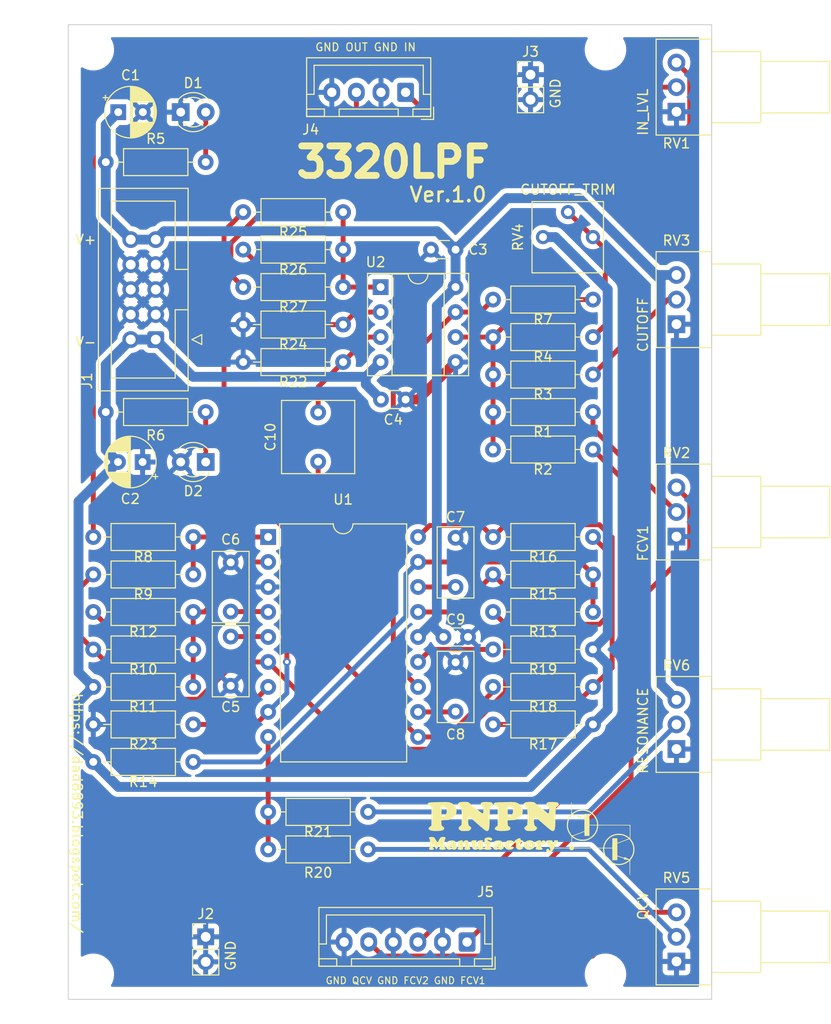
<source format=kicad_pcb>
(kicad_pcb (version 20211014) (generator pcbnew)
  (title_block (title "3320LPF") (date "2022-10-07") (rev "Ver.1.0") (company "PNPN Manufactory"))
  (layers (0 "F.Cu" signal) (31 "B.Cu" signal) (34 "B.Paste" user) (35 "F.Paste" user) (36 "B.SilkS" user "B.Silkscreen") (37 "F.SilkS" user "F.Silkscreen") (38 "B.Mask" user) (39 "F.Mask" user) (44 "Edge.Cuts" user))
  (net 0 "")
  (net 1 "+12V")
  (net 2 "GND")
  (net 3 "-12V")
  (net 4 "Net-(C5-Pad1)")
  (net 5 "Net-(C6-Pad1)")
  (net 6 "Net-(C7-Pad1)")
  (net 7 "Net-(C8-Pad1)")
  (net 8 "Net-(C10-Pad1)")
  (net 9 "Net-(C10-Pad2)")
  (net 10 "IN")
  (net 11 "OUT")
  (net 12 "FREQ_CV1")
  (net 13 "FREQ_CV2")
  (net 14 "RES_CV")
  (net 15 "Net-(R1-Pad1)")
  (net 16 "Net-(R1-Pad2)")
  (net 17 "Net-(R3-Pad1)")
  (net 18 "Net-(R4-Pad1)")
  (net 19 "Net-(R7-Pad2)")
  (net 20 "Net-(R8-Pad1)")
  (net 21 "Net-(R8-Pad2)")
  (net 22 "Net-(R10-Pad1)")
  (net 23 "Net-(R10-Pad2)")
  (net 24 "Net-(R12-Pad2)")
  (net 25 "Net-(R13-Pad2)")
  (net 26 "Net-(R15-Pad2)")
  (net 27 "Net-(R16-Pad2)")
  (net 28 "Net-(R19-Pad1)")
  (net 29 "Net-(R20-Pad1)")
  (net 30 "Net-(R20-Pad2)")
  (net 31 "Net-(R21-Pad1)")
  (net 32 "Net-(R23-Pad1)")
  (net 33 "Net-(R24-Pad1)")
  (net 34 "Net-(R25-Pad2)")
  (net 35 "Net-(R5-Pad2)")
  (net 36 "Net-(D2-Pad1)")
  (footprint "Resistor_THT:R_Axial_DIN0207_L6.3mm_D2.5mm_P10.16mm_Horizontal" (layer "F.Cu") (at 162.56 116.84 180)
    (fp_text reference "R18" (at 5.08 -2.032) (layer "F.SilkS"))
    (fp_text value "100k")
    (pad "1" thru_hole circle (at 0 0 180) (size 1.6 1.6) (drill 0.8) (layers *.Cu *.Mask) (net 27 "Net-(R16-Pad2)"))
    (pad "2" thru_hole oval (at 10.16 0 180) (size 1.6 1.6) (drill 0.8) (layers *.Cu *.Mask) (net 8 "Net-(C10-Pad1)"))
  )
  (footprint "Connector_PinHeader_2.54mm:PinHeader_1x02_P2.54mm_Vertical" (layer "F.Cu") (at 156.21 54.61)
    (fp_text reference "J3" (at 0 -2.33) (layer "F.SilkS"))
    (fp_text value "TP_GND")
    (pad "1" thru_hole rect (at 0 0) (size 1.7 1.7) (drill 1) (layers *.Cu *.Mask) (net 2 "GND"))
    (pad "2" thru_hole oval (at 0 2.54) (size 1.7 1.7) (drill 1) (layers *.Cu *.Mask) (net 2 "GND"))
  )
  (footprint "MountingHole:MountingHole_3.2mm_M3" (layer "F.Cu") (at 111.76 52.07)
    (fp_text reference "REF**")
    (fp_text value "MountingHole_3.2mm_M3")
    (pad "" np_thru_hole circle locked (at 0 0) (size 3.2 3.2) (drill 3.2) (layers *.Cu *.Mask))
  )
  (footprint "Potentiometer_THT:Potentiometer_Alps_RK09Y11_Single_Horizontal" (layer "F.Cu") (at 171.05 123.15 180)
    (fp_text reference "RV6" (at 0 8.5) (layer "F.SilkS"))
    (fp_text value "100k/B")
    (pad "1" thru_hole rect (at 0 0) (size 1.8 1.8) (drill 1) (layers *.Cu *.Mask) (net 2 "GND"))
    (pad "2" thru_hole circle (at 0 2.5) (size 1.8 1.8) (drill 1) (layers *.Cu *.Mask) (net 31 "Net-(R21-Pad1)"))
    (pad "3" thru_hole circle (at 0 5) (size 1.8 1.8) (drill 1) (layers *.Cu *.Mask) (net 1 "+12V"))
  )
  (footprint "Potentiometer_THT:Potentiometer_Alps_RK09Y11_Single_Horizontal" (layer "F.Cu") (at 171.05 101.56 180)
    (fp_text reference "RV2" (at 0 8.5) (layer "F.SilkS"))
    (fp_text value "100k/B")
    (pad "1" thru_hole rect (at 0 0) (size 1.8 1.8) (drill 1) (layers *.Cu *.Mask) (net 2 "GND"))
    (pad "2" thru_hole circle (at 0 2.5) (size 1.8 1.8) (drill 1) (layers *.Cu *.Mask) (net 15 "Net-(R1-Pad1)"))
    (pad "3" thru_hole circle (at 0 5) (size 1.8 1.8) (drill 1) (layers *.Cu *.Mask) (net 12 "FREQ_CV1"))
  )
  (footprint "Resistor_THT:R_Axial_DIN0207_L6.3mm_D2.5mm_P10.16mm_Horizontal" (layer "F.Cu") (at 139.7 133.35 180)
    (fp_text reference "R20" (at 5.08 -2.37) (layer "F.SilkS"))
    (fp_text value "82k")
    (pad "1" thru_hole circle (at 0 0 180) (size 1.6 1.6) (drill 0.8) (layers *.Cu *.Mask) (net 29 "Net-(R20-Pad1)"))
    (pad "2" thru_hole oval (at 10.16 0 180) (size 1.6 1.6) (drill 0.8) (layers *.Cu *.Mask) (net 30 "Net-(R20-Pad2)"))
  )
  (footprint "Capacitor_THT:C_Rect_L7.0mm_W3.5mm_P5.00mm" (layer "F.Cu") (at 148.59 119.34 90)
    (fp_text reference "C8" (at -2.326 0 180) (layer "F.SilkS"))
    (fp_text value "330p")
    (pad "1" thru_hole circle (at 0 0 90) (size 1.6 1.6) (drill 0.8) (layers *.Cu *.Mask) (net 7 "Net-(C8-Pad1)"))
    (pad "2" thru_hole circle (at 5 0 90) (size 1.6 1.6) (drill 0.8) (layers *.Cu *.Mask) (net 2 "GND"))
  )
  (footprint "LED_THT:LED_D3.0mm" (layer "F.Cu") (at 123.19 93.98 180)
    (fp_text reference "D2" (at 1.27 -2.96) (layer "F.SilkS"))
    (fp_text value "LED")
    (pad "1" thru_hole rect (at 0 0 180) (size 1.8 1.8) (drill 0.9) (layers *.Cu *.Mask) (net 36 "Net-(D2-Pad1)"))
    (pad "2" thru_hole circle (at 2.54 0 180) (size 1.8 1.8) (drill 0.9) (layers *.Cu *.Mask) (net 2 "GND"))
  )
  (footprint "Capacitor_THT:C_Rect_L7.0mm_W3.5mm_P5.00mm" (layer "F.Cu") (at 148.59 106.68 90)
    (fp_text reference "C7" (at 7.112 0 180) (layer "F.SilkS"))
    (fp_text value "330p")
    (pad "1" thru_hole circle (at 0 0 90) (size 1.6 1.6) (drill 0.8) (layers *.Cu *.Mask) (net 6 "Net-(C7-Pad1)"))
    (pad "2" thru_hole circle (at 5 0 90) (size 1.6 1.6) (drill 0.8) (layers *.Cu *.Mask) (net 2 "GND"))
  )
  (footprint "Capacitor_THT:C_Disc_D3.0mm_W1.6mm_P2.50mm" (layer "F.Cu") (at 149.86 111.76 180)
    (fp_text reference "C9" (at 1.25 1.778) (layer "F.SilkS"))
    (fp_text value "0.1u")
    (pad "1" thru_hole circle (at 0 0 180) (size 1.6 1.6) (drill 0.8) (layers *.Cu *.Mask) (net 2 "GND"))
    (pad "2" thru_hole circle (at 2.5 0 180) (size 1.6 1.6) (drill 0.8) (layers *.Cu *.Mask) (net 1 "+12V"))
  )
  (footprint "Resistor_THT:R_Axial_DIN0207_L6.3mm_D2.5mm_P10.16mm_Horizontal" (layer "F.Cu") (at 121.92 120.65 180)
    (fp_text reference "R23" (at 5.08 -2.032) (layer "F.SilkS"))
    (fp_text value "3k")
    (pad "1" thru_hole circle (at 0 0 180) (size 1.6 1.6) (drill 0.8) (layers *.Cu *.Mask) (net 32 "Net-(R23-Pad1)"))
    (pad "2" thru_hole oval (at 10.16 0 180) (size 1.6 1.6) (drill 0.8) (layers *.Cu *.Mask) (net 2 "GND"))
  )
  (footprint "Resistor_THT:R_Axial_DIN0207_L6.3mm_D2.5mm_P10.16mm_Horizontal" (layer "F.Cu") (at 162.56 85.09 180)
    (fp_text reference "R3" (at 5.08 -2.032) (layer "F.SilkS"))
    (fp_text value "150k")
    (pad "1" thru_hole circle (at 0 0 180) (size 1.6 1.6) (drill 0.8) (layers *.Cu *.Mask) (net 17 "Net-(R3-Pad1)"))
    (pad "2" thru_hole oval (at 10.16 0 180) (size 1.6 1.6) (drill 0.8) (layers *.Cu *.Mask) (net 16 "Net-(R1-Pad2)"))
  )
  (footprint "myfootprint:Silk_PNPN_Manufactory_600dpi" (layer "F.Cu") (at 152.4 130.81)
    (fp_text reference "G***" hide)
    (fp_text value "LOGO" hide)
  )
  (footprint "Resistor_THT:R_Axial_DIN0207_L6.3mm_D2.5mm_P10.16mm_Horizontal" (layer "F.Cu") (at 162.56 77.47 180)
    (fp_text reference "R7" (at 5.08 -2.032) (layer "F.SilkS"))
    (fp_text value "2k")
    (pad "1" thru_hole circle (at 0 0 180) (size 1.6 1.6) (drill 0.8) (layers *.Cu *.Mask) (net 16 "Net-(R1-Pad2)"))
    (pad "2" thru_hole oval (at 10.16 0 180) (size 1.6 1.6) (drill 0.8) (layers *.Cu *.Mask) (net 19 "Net-(R7-Pad2)"))
  )
  (footprint "Potentiometer_THT:Potentiometer_Alps_RK09Y11_Single_Horizontal" (layer "F.Cu") (at 171.05 58.38 180)
    (fp_text reference "RV1" (at 0 -3.215) (layer "F.SilkS"))
    (fp_text value "100k/B")
    (pad "1" thru_hole rect (at 0 0) (size 1.8 1.8) (drill 1) (layers *.Cu *.Mask) (net 2 "GND"))
    (pad "2" thru_hole circle (at 0 2.5) (size 1.8 1.8) (drill 1) (layers *.Cu *.Mask) (net 20 "Net-(R8-Pad1)"))
    (pad "3" thru_hole circle (at 0 5) (size 1.8 1.8) (drill 1) (layers *.Cu *.Mask) (net 10 "IN"))
  )
  (footprint "Capacitor_THT:CP_Radial_D5.0mm_P2.50mm" (layer "F.Cu") (at 116.775113 93.98 180)
    (fp_text reference "C2" (at 1.25 -3.75) (layer "F.SilkS"))
    (fp_text value "47u")
    (pad "1" thru_hole rect (at 0 0 180) (size 1.6 1.6) (drill 0.8) (layers *.Cu *.Mask) (net 2 "GND"))
    (pad "2" thru_hole circle (at 2.5 0 180) (size 1.6 1.6) (drill 0.8) (layers *.Cu *.Mask) (net 3 "-12V"))
  )
  (footprint "Resistor_THT:R_Axial_DIN0207_L6.3mm_D2.5mm_P10.16mm_Horizontal" (layer "F.Cu") (at 162.56 120.65 180)
    (fp_text reference "R17" (at 5.08 -2.032) (layer "F.SilkS"))
    (fp_text value "220k")
    (pad "1" thru_hole circle (at 0 0 180) (size 1.6 1.6) (drill 0.8) (layers *.Cu *.Mask) (net 3 "-12V"))
    (pad "2" thru_hole oval (at 10.16 0 180) (size 1.6 1.6) (drill 0.8) (layers *.Cu *.Mask) (net 27 "Net-(R16-Pad2)"))
  )
  (footprint "Capacitor_THT:C_Rect_L7.0mm_W3.5mm_P5.00mm" (layer "F.Cu") (at 125.73 109.18 90)
    (fp_text reference "C6" (at 7.326 0 180) (layer "F.SilkS"))
    (fp_text value "330p")
    (pad "1" thru_hole circle (at 0 0 90) (size 1.6 1.6) (drill 0.8) (layers *.Cu *.Mask) (net 5 "Net-(C6-Pad1)"))
    (pad "2" thru_hole circle (at 5 0 90) (size 1.6 1.6) (drill 0.8) (layers *.Cu *.Mask) (net 2 "GND"))
  )
  (footprint "Resistor_THT:R_Axial_DIN0207_L6.3mm_D2.5mm_P10.16mm_Horizontal" (layer "F.Cu") (at 139.7 129.54 180)
    (fp_text reference "R21" (at 5.08 -2.032) (layer "F.SilkS"))
    (fp_text value "220k")
    (pad "1" thru_hole circle (at 0 0 180) (size 1.6 1.6) (drill 0.8) (layers *.Cu *.Mask) (net 31 "Net-(R21-Pad1)"))
    (pad "2" thru_hole oval (at 10.16 0 180) (size 1.6 1.6) (drill 0.8) (layers *.Cu *.Mask) (net 30 "Net-(R20-Pad2)"))
  )
  (footprint "Resistor_THT:R_Axial_DIN0207_L6.3mm_D2.5mm_P10.16mm_Horizontal" (layer "F.Cu") (at 127 72.39)
    (fp_text reference "R26" (at 5.08 2.032) (layer "F.SilkS"))
    (fp_text value "220k")
    (pad "1" thru_hole circle (at 0 0) (size 1.6 1.6) (drill 0.8) (layers *.Cu *.Mask) (net 33 "Net-(R24-Pad1)"))
    (pad "2" thru_hole oval (at 10.16 0) (size 1.6 1.6) (drill 0.8) (layers *.Cu *.Mask) (net 34 "Net-(R25-Pad2)"))
  )
  (footprint "Capacitor_THT:C_Disc_D3.0mm_W1.6mm_P2.50mm" (layer "F.Cu") (at 148.59 72.39 180)
    (fp_text reference "C3" (at -2.286 0) (layer "F.SilkS"))
    (fp_text value "0.1u")
    (pad "1" thru_hole circle (at 0 0 180) (size 1.6 1.6) (drill 0.8) (layers *.Cu *.Mask) (net 1 "+12V"))
    (pad "2" thru_hole circle (at 2.5 0 180) (size 1.6 1.6) (drill 0.8) (layers *.Cu *.Mask) (net 2 "GND"))
  )
  (footprint "LED_THT:LED_D3.0mm" (layer "F.Cu") (at 120.65 58.42)
    (fp_text reference "D1" (at 1.27 -2.96) (layer "F.SilkS"))
    (fp_text value "LED")
    (pad "1" thru_hole rect (at 0 0) (size 1.8 1.8) (drill 0.9) (layers *.Cu *.Mask) (net 2 "GND"))
    (pad "2" thru_hole circle (at 2.54 0) (size 1.8 1.8) (drill 0.9) (layers *.Cu *.Mask) (net 35 "Net-(R5-Pad2)"))
  )
  (footprint "Resistor_THT:R_Axial_DIN0207_L6.3mm_D2.5mm_P10.16mm_Horizontal" (layer "F.Cu") (at 162.56 81.28 180)
    (fp_text reference "R4" (at 5.08 -2.032) (layer "F.SilkS"))
    (fp_text value "100k")
    (pad "1" thru_hole circle (at 0 0 180) (size 1.6 1.6) (drill 0.8) (layers *.Cu *.Mask) (net 18 "Net-(R4-Pad1)"))
    (pad "2" thru_hole oval (at 10.16 0 180) (size 1.6 1.6) (drill 0.8) (layers *.Cu *.Mask) (net 16 "Net-(R1-Pad2)"))
  )
  (footprint "Resistor_THT:R_Axial_DIN0207_L6.3mm_D2.5mm_P10.16mm_Horizontal" (layer "F.Cu") (at 162.56 88.9 180)
    (fp_text reference "R1" (at 5.08 -2.032) (layer "F.SilkS"))
    (fp_text value "51k")
    (pad "1" thru_hole circle (at 0 0 180) (size 1.6 1.6) (drill 0.8) (layers *.Cu *.Mask) (net 15 "Net-(R1-Pad1)"))
    (pad "2" thru_hole oval (at 10.16 0 180) (size 1.6 1.6) (drill 0.8) (layers *.Cu *.Mask) (net 16 "Net-(R1-Pad2)"))
  )
  (footprint "Package_DIP:DIP-8_W7.62mm_Socket" (layer "F.Cu") (at 140.97 76.2)
    (fp_text reference "U2" (at -0.508 -2.54) (layer "F.SilkS"))
    (fp_text value "TL072")
    (pad "1" thru_hole rect (at 0 0) (size 1.6 1.6) (drill 0.8) (layers *.Cu *.Mask) (net 34 "Net-(R25-Pad2)"))
    (pad "2" thru_hole oval (at 0 2.54) (size 1.6 1.6) (drill 0.8) (layers *.Cu *.Mask) (net 33 "Net-(R24-Pad1)"))
    (pad "3" thru_hole oval (at 0 5.08) (size 1.6 1.6) (drill 0.8) (layers *.Cu *.Mask) (net 9 "Net-(C10-Pad2)"))
    (pad "4" thru_hole oval (at 0 7.62) (size 1.6 1.6) (drill 0.8) (layers *.Cu *.Mask) (net 3 "-12V"))
    (pad "5" thru_hole oval (at 7.62 7.62) (size 1.6 1.6) (drill 0.8) (layers *.Cu *.Mask) (net 2 "GND"))
    (pad "6" thru_hole oval (at 7.62 5.08) (size 1.6 1.6) (drill 0.8) (layers *.Cu *.Mask) (net 16 "Net-(R1-Pad2)"))
    (pad "7" thru_hole oval (at 7.62 2.54) (size 1.6 1.6) (drill 0.8) (layers *.Cu *.Mask) (net 19 "Net-(R7-Pad2)"))
    (pad "8" thru_hole oval (at 7.62 0) (size 1.6 1.6) (drill 0.8) (layers *.Cu *.Mask) (net 1 "+12V"))
  )
  (footprint "MountingHole:MountingHole_3.2mm_M3" (layer "F.Cu") (at 111.76 146.05)
    (fp_text reference "REF**")
    (fp_text value "MountingHole_3.2mm_M3")
    (pad "" np_thru_hole circle locked (at 0 0) (size 3.2 3.2) (drill 3.2) (layers *.Cu *.Mask))
  )
  (footprint "Resistor_THT:R_Axial_DIN0207_L6.3mm_D2.5mm_P10.16mm_Horizontal" (layer "F.Cu") (at 162.56 92.71 180)
    (fp_text reference "R2" (at 5.08 -2.032) (layer "F.SilkS"))
    (fp_text value "51k")
    (pad "1" thru_hole circle (at 0 0 180) (size 1.6 1.6) (drill 0.8) (layers *.Cu *.Mask) (net 13 "FREQ_CV2"))
    (pad "2" thru_hole oval (at 10.16 0 180) (size 1.6 1.6) (drill 0.8) (layers *.Cu *.Mask) (net 16 "Net-(R1-Pad2)"))
  )
  (footprint "Potentiometer_THT:Potentiometer_Alps_RK09Y11_Single_Horizontal" (layer "F.Cu") (at 171.05 144.74 180)
    (fp_text reference "RV5" (at 0 8.5) (layer "F.SilkS"))
    (fp_text value "100k/B")
    (pad "1" thru_hole rect (at 0 0) (size 1.8 1.8) (drill 1) (layers *.Cu *.Mask) (net 2 "GND"))
    (pad "2" thru_hole circle (at 0 2.5) (size 1.8 1.8) (drill 1) (layers *.Cu *.Mask) (net 29 "Net-(R20-Pad1)"))
    (pad "3" thru_hole circle (at 0 5) (size 1.8 1.8) (drill 1) (layers *.Cu *.Mask) (net 14 "RES_CV"))
  )
  (footprint "Connector_JST:JST_XH_B6B-XH-A_1x06_P2.50mm_Vertical" (layer "F.Cu") (at 149.76 142.765 180)
    (fp_text reference "J5" (at -1.878 5.097) (layer "F.SilkS"))
    (fp_text value "MOD")
    (pad "1" thru_hole roundrect (at 0 0 180) (size 1.7 1.95) (drill 0.95) (layers *.Cu *.Mask) (roundrect_rratio 0.1470588235) (net 12 "FREQ_CV1"))
    (pad "2" thru_hole oval (at 2.5 0 180) (size 1.7 1.95) (drill 0.95) (layers *.Cu *.Mask) (net 2 "GND"))
    (pad "3" thru_hole oval (at 5 0 180) (size 1.7 1.95) (drill 0.95) (layers *.Cu *.Mask) (net 13 "FREQ_CV2"))
    (pad "4" thru_hole oval (at 7.5 0 180) (size 1.7 1.95) (drill 0.95) (layers *.Cu *.Mask) (net 2 "GND"))
    (pad "5" thru_hole oval (at 10 0 180) (size 1.7 1.95) (drill 0.95) (layers *.Cu *.Mask) (net 14 "RES_CV"))
    (pad "6" thru_hole oval (at 12.5 0 180) (size 1.7 1.95) (drill 0.95) (layers *.Cu *.Mask) (net 2 "GND"))
  )
  (footprint "Connector_PinHeader_2.54mm:PinHeader_1x02_P2.54mm_Vertical" (layer "F.Cu") (at 123.19 142.24)
    (fp_text reference "J2" (at 0 -2.33) (layer "F.SilkS"))
    (fp_text value "TP_GND")
    (pad "1" thru_hole rect (at 0 0) (size 1.7 1.7) (drill 1) (layers *.Cu *.Mask) (net 2 "GND"))
    (pad "2" thru_hole oval (at 0 2.54) (size 1.7 1.7) (drill 1) (layers *.Cu *.Mask) (net 2 "GND"))
  )
  (footprint "Capacitor_THT:C_Rect_L7.2mm_W7.2mm_P5.00mm_FKS2_FKP2_MKS2_MKP2" (layer "F.Cu") (at 134.62 93.94 90)
    (fp_text reference "C10" (at 2.5 -4.85 90) (layer "F.SilkS"))
    (fp_text value "2.2u")
    (pad "1" thru_hole circle (at 0 0 90) (size 1.6 1.6) (drill 0.8) (layers *.Cu *.Mask) (net 8 "Net-(C10-Pad1)"))
    (pad "2" thru_hole circle (at 5 0 90) (size 1.6 1.6) (drill 0.8) (layers *.Cu *.Mask) (net 9 "Net-(C10-Pad2)"))
  )
  (footprint "MountingHole:MountingHole_3.2mm_M3" (layer "F.Cu") (at 163.83 52.07)
    (fp_text reference "REF**")
    (fp_text value "MountingHole_3.2mm_M3")
    (pad "" np_thru_hole circle locked (at 0 0) (size 3.2 3.2) (drill 3.2) (layers *.Cu *.Mask))
  )
  (footprint "myfootprint:Potentiometer_Bourns_3362P_Vertical" (layer "F.Cu") (at 162.56 71.12 90)
    (fp_text reference "RV4" (at -0.015 -7.62 90) (layer "F.SilkS"))
    (fp_text value "100k")
    (pad "1" thru_hole circle (at 0 -5.08 90) (size 1.44 1.44) (drill 0.8) (layers *.Cu *.Mask) (net 3 "-12V"))
    (pad "2" thru_hole circle (at 2.54 -2.54 90) (size 1.44 1.44) (drill 0.8) (layers *.Cu *.Mask) (net 18 "Net-(R4-Pad1)"))
    (pad "3" thru_hole circle (at 0 0 90) (size 1.44 1.44) (drill 0.8) (layers *.Cu *.Mask) (net 18 "Net-(R4-Pad1)"))
  )
  (footprint "Capacitor_THT:C_Rect_L7.0mm_W3.5mm_P5.00mm" (layer "F.Cu") (at 125.73 111.72 -90)
    (fp_text reference "C5" (at 7.152 0 180) (layer "F.SilkS"))
    (fp_text value "330p")
    (pad "1" thru_hole circle (at 0 0 270) (size 1.6 1.6) (drill 0.8) (layers *.Cu *.Mask) (net 4 "Net-(C5-Pad1)"))
    (pad "2" thru_hole circle (at 5 0 270) (size 1.6 1.6) (drill 0.8) (layers *.Cu *.Mask) (net 2 "GND"))
  )
  (footprint "MountingHole:MountingHole_3.2mm_M3" (layer "F.Cu") (at 163.83 146.05)
    (fp_text reference "REF**")
    (fp_text value "MountingHole_3.2mm_M3")
    (pad "" np_thru_hole circle locked (at 0 0) (size 3.2 3.2) (drill 3.2) (layers *.Cu *.Mask))
  )
  (footprint "Connector_JST:JST_XH_B4B-XH-A_1x04_P2.50mm_Vertical" (layer "F.Cu") (at 143.51 56.405 180)
    (fp_text reference "J4" (at 9.652 -3.793) (layer "F.SilkS"))
    (fp_text value "IN_OUT")
    (pad "1" thru_hole roundrect (at 0 0 180) (size 1.7 1.95) (drill 0.95) (layers *.Cu *.Mask) (roundrect_rratio 0.1470588235) (net 10 "IN"))
    (pad "2" thru_hole oval (at 2.5 0 180) (size 1.7 1.95) (drill 0.95) (layers *.Cu *.Mask) (net 2 "GND"))
    (pad "3" thru_hole oval (at 5 0 180) (size 1.7 1.95) (drill 0.95) (layers *.Cu *.Mask) (net 11 "OUT"))
    (pad "4" thru_hole oval (at 7.5 0 180) (size 1.7 1.95) (drill 0.95) (layers *.Cu *.Mask) (net 2 "GND"))
  )
  (footprint "Capacitor_THT:C_Disc_D3.0mm_W1.6mm_P2.50mm" (layer "F.Cu") (at 143.51 87.63 180)
    (fp_text reference "C4" (at 1.25 -2.05) (layer "F.SilkS"))
    (fp_text value "0.1u")
    (pad "1" thru_hole circle (at 0 0 180) (size 1.6 1.6) (drill 0.8) (layers *.Cu *.Mask) (net 2 "GND"))
    (pad "2" thru_hole circle (at 2.5 0 180) (size 1.6 1.6) (drill 0.8) (layers *.Cu *.Mask) (net 3 "-12V"))
  )
  (footprint "myfootprint:DIP-18_W15.24mm" (layer "F.Cu") (at 129.54 101.6)
    (fp_text reference "U1" (at 7.62 -3.81) (layer "F.SilkS"))
    (fp_text value "V3320")
    (pad "1" thru_hole rect locked (at 0 0) (size 1.6 1.6) (drill 0.8) (layers *.Cu *.Mask) (net 21 "Net-(R8-Pad2)"))
    (pad "2" thru_hole oval locked (at 0 2.54) (size 1.6 1.6) (drill 0.8) (layers *.Cu *.Mask) (net 23 "Net-(R10-Pad2)"))
    (pad "3" thru_hole oval locked (at 0 5.08) (size 1.6 1.6) (drill 0.8) (layers *.Cu *.Mask) (net 2 "GND"))
    (pad "4" thru_hole oval locked (at 0 7.62) (size 1.6 1.6) (drill 0.8) (layers *.Cu *.Mask) (net 5 "Net-(C6-Pad1)"))
    (pad "5" thru_hole oval locked (at 0 10.16) (size 1.6 1.6) (drill 0.8) (layers *.Cu *.Mask) (net 4 "Net-(C5-Pad1)"))
    (pad "6" thru_hole oval locked (at 0 12.7) (size 1.6 1.6) (drill 0.8) (layers *.Cu *.Mask) (net 24 "Net-(R12-Pad2)"))
    (pad "7" thru_hole oval locked (at 0 15.24) (size 1.6 1.6) (drill 0.8) (layers *.Cu *.Mask) (net 22 "Net-(R10-Pad1)"))
    (pad "8" thru_hole oval locked (at 0 17.78) (size 1.6 1.6) (drill 0.8) (layers *.Cu *.Mask) (net 32 "Net-(R23-Pad1)"))
    (pad "9" thru_hole oval locked (at 0 20.32) (size 1.6 1.6) (drill 0.8) (layers *.Cu *.Mask) (net 30 "Net-(R20-Pad2)"))
    (pad "10" thru_hole oval locked (at 15.24 20.32) (size 1.6 1.6) (drill 0.8) (layers *.Cu *.Mask) (net 8 "Net-(C10-Pad1)"))
    (pad "11" thru_hole oval locked (at 15.24 17.78) (size 1.6 1.6) (drill 0.8) (layers *.Cu *.Mask) (net 7 "Net-(C8-Pad1)"))
    (pad "12" thru_hole oval locked (at 15.24 15.24) (size 1.6 1.6) (drill 0.8) (layers *.Cu *.Mask) (net 19 "Net-(R7-Pad2)"))
    (pad "13" thru_hole oval locked (at 15.24 12.7) (size 1.6 1.6) (drill 0.8) (layers *.Cu *.Mask) (net 28 "Net-(R19-Pad1)"))
    (pad "14" thru_hole oval locked (at 15.24 10.16) (size 1.6 1.6) (drill 0.8) (layers *.Cu *.Mask) (net 1 "+12V"))
    (pad "15" thru_hole oval locked (at 15.24 7.62) (size 1.6 1.6) (drill 0.8) (layers *.Cu *.Mask) (net 26 "Net-(R15-Pad2)"))
    (pad "16" thru_hole oval locked (at 15.24 5.08) (size 1.6 1.6) (drill 0.8) (layers *.Cu *.Mask) (net 6 "Net-(C7-Pad1)"))
    (pad "17" thru_hole oval locked (at 15.24 2.54) (size 1.6 1.6) (drill 0.8) (layers *.Cu *.Mask) (net 25 "Net-(R13-Pad2)"))
    (pad "18" thru_hole oval locked (at 15.24 0) (size 1.6 1.6) (drill 0.8) (layers *.Cu *.Mask) (net 27 "Net-(R16-Pad2)"))
  )
  (footprint "Resistor_THT:R_Axial_DIN0207_L6.3mm_D2.5mm_P10.16mm_Horizontal" (layer "F.Cu") (at 152.4 113.03)
    (fp_text reference "R19" (at 5.08 2.032) (layer "F.SilkS"))
    (fp_text value "1.5k")
    (pad "1" thru_hole circle (at 0 0) (size 1.6 1.6) (drill 0.8) (layers *.Cu *.Mask) (net 28 "Net-(R19-Pad1)"))
    (pad "2" thru_hole oval (at 10.16 0) (size 1.6 1.6) (drill 0.8) (layers *.Cu *.Mask) (net 3 "-12V"))
  )
  (footprint "Resistor_THT:R_Axial_DIN0207_L6.3mm_D2.5mm_P10.16mm_Horizontal" (layer "F.Cu") (at 127 68.58)
    (fp_text reference "R25" (at 5.08 2.032) (layer "F.SilkS"))
    (fp_text value "51k")
    (pad "1" thru_hole circle (at 0 0) (size 1.6 1.6) (drill 0.8) (layers *.Cu *.Mask) (net 32 "Net-(R23-Pad1)"))
    (pad "2" thru_hole oval (at 10.16 0) (size 1.6 1.6) (drill 0.8) (layers *.Cu *.Mask) (net 34 "Net-(R25-Pad2)"))
  )
  (footprint "Resistor_THT:R_Axial_DIN0207_L6.3mm_D2.5mm_P10.16mm_Horizontal" (layer "F.Cu") (at 121.92 105.41 180)
    (fp_text reference "R9" (at 5.08 -2.032) (layer "F.SilkS"))
    (fp_text value "100k")
    (pad "1" thru_hole circle (at 0 0 180) (size 1.6 1.6) (drill 0.8) (layers *.Cu *.Mask) (net 21 "Net-(R8-Pad2)"))
    (pad "2" thru_hole oval (at 10.16 0 180) (size 1.6 1.6) (drill 0.8) (layers *.Cu *.Mask) (net 22 "Net-(R10-Pad1)"))
  )
  (footprint "Resistor_THT:R_Axial_DIN0207_L6.3mm_D2.5mm_P10.16mm_Horizontal" (layer "F.Cu") (at 137.16 80.01 180)
    (fp_text reference "R24" (at 5.08 -2.032) (layer "F.SilkS"))
    (fp_text value "100k")
    (pad "1" thru_hole circle (at 0 0 180) (size 1.6 1.6) (drill 0.8) (layers *.Cu *.Mask) (net 33 "Net-(R24-Pad1)"))
    (pad "2" thru_hole oval (at 10.16 0 180) (size 1.6 1.6) (drill 0.8) (layers *.Cu *.Mask) (net 2 "GND"))
  )
  (footprint "Capacitor_THT:CP_Radial_D5.0mm_P2.50mm" (layer "F.Cu") (at 114.3 58.42)
    (fp_text reference "C1" (at 1.25 -3.75) (layer "F.SilkS"))
    (fp_text value "47u")
    (pad "1" thru_hole rect (at 0 0) (size 1.6 1.6) (drill 0.8) (layers *.Cu *.Mask) (net 1 "+12V"))
    (pad "2" thru_hole circle (at 2.5 0) (size 1.6 1.6) (drill 0.8) (layers *.Cu *.Mask) (net 2 "GND"))
  )
  (footprint "Resistor_THT:R_Axial_DIN0207_L6.3mm_D2.5mm_P10.16mm_Horizontal" (layer "F.Cu") (at 111.76 101.6)
    (fp_text reference "R8" (at 5.08 2.032) (layer "F.SilkS"))
    (fp_text value "91k")
    (pad "1" thru_hole circle (at 0 0) (size 1.6 1.6) (drill 0.8) (layers *.Cu *.Mask) (net 20 "Net-(R8-Pad1)"))
    (pad "2" thru_hole oval (at 10.16 0) (size 1.6 1.6) (drill 0.8) (layers *.Cu *.Mask) (net 21 "Net-(R8-Pad2)"))
  )
  (footprint "Resistor_THT:R_Axial_DIN0207_L6.3mm_D2.5mm_P10.16mm_Horizontal" (layer "F.Cu") (at 152.4 109.22)
    (fp_text reference "R13" (at 5.08 2.032) (layer "F.SilkS"))
    (fp_text value "91k")
    (pad "1" thru_hole circle (at 0 0) (size 1.6 1.6) (drill 0.8) (layers *.Cu *.Mask) (net 24 "Net-(R12-Pad2)"))
    (pad "2" thru_hole oval (at 10.16 0) (size 1.6 1.6) (drill 0.8) (layers *.Cu *.Mask) (net 25 "Net-(R13-Pad2)"))
  )
  (footprint "Resistor_THT:R_Axial_DIN0207_L6.3mm_D2.5mm_P10.16mm_Horizontal" (layer "F.Cu") (at 111.76 116.84)
    (fp_text reference "R11" (at 5.08 2.032) (layer "F.SilkS"))
    (fp_text value "220k")
    (pad "1" thru_hole circle (at 0 0) (size 1.6 1.6) (drill 0.8) (layers *.Cu *.Mask) (net 3 "-12V"))
    (pad "2" thru_hole oval (at 10.16 0) (size 1.6 1.6) (drill 0.8) (layers *.Cu *.Mask) (net 23 "Net-(R10-Pad2)"))
  )
  (footprint "Resistor_THT:R_Axial_DIN0207_L6.3mm_D2.5mm_P10.16mm_Horizontal" (layer "F.Cu") (at 113.03 63.5)
    (fp_text reference "R5" (at 5.08 -2.37) (layer "F.SilkS"))
    (fp_text value "4.7k")
    (pad "1" thru_hole circle (at 0 0) (size 1.6 1.6) (drill 0.8) (layers *.Cu *.Mask) (net 1 "+12V"))
    (pad "2" thru_hole oval (at 10.16 0) (size 1.6 1.6) (drill 0.8) (layers *.Cu *.Mask) (net 35 "Net-(R5-Pad2)"))
  )
  (footprint "Resistor_THT:R_Axial_DIN0207_L6.3mm_D2.5mm_P10.16mm_Horizontal" (layer "F.Cu") (at 137.16 76.2 180)
    (fp_text reference "R27" (at 5.08 -2.032) (layer "F.SilkS"))
    (fp_text value "1k")
    (pad "1" thru_hole circle (at 0 0 180) (size 1.6 1.6) (drill 0.8) (layers *.Cu *.Mask) (net 34 "Net-(R25-Pad2)"))
    (pad "2" thru_hole oval (at 10.16 0 180) (size 1.6 1.6) (drill 0.8) (layers *.Cu *.Mask) (net 11 "OUT"))
  )
  (footprint "Resistor_THT:R_Axial_DIN0207_L6.3mm_D2.5mm_P10.16mm_Horizontal" (layer "F.Cu") (at 121.92 109.22 180)
    (fp_text reference "R12" (at 5.08 -2.032) (layer "F.SilkS"))
    (fp_text value "100k")
    (pad "1" thru_hole circle (at 0 0 180) (size 1.6 1.6) (drill 0.8) (layers *.Cu *.Mask) (net 23 "Net-(R10-Pad2)"))
    (pad "2" thru_hole oval (at 10.16 0 180) (size 1.6 1.6) (drill 0.8) (layers *.Cu *.Mask) (net 24 "Net-(R12-Pad2)"))
  )
  (footprint "Resistor_THT:R_Axial_DIN0207_L6.3mm_D2.5mm_P10.16mm_Horizontal" (layer "F.Cu") (at 162.56 101.6 180)
    (fp_text reference "R16" (at 5.08 -2.032) (layer "F.SilkS"))
    (fp_text value "91k")
    (pad "1" thru_hole circle (at 0 0 180) (size 1.6 1.6) (drill 0.8) (layers *.Cu *.Mask) (net 26 "Net-(R15-Pad2)"))
    (pad "2" thru_hole oval (at 10.16 0 180) (size 1.6 1.6) (drill 0.8) (layers *.Cu *.Mask) (net 27 "Net-(R16-Pad2)"))
  )
  (footprint "Resistor_THT:R_Axial_DIN0207_L6.3mm_D2.5mm_P10.16mm_Horizontal" (layer "F.Cu") (at 111.76 113.03)
    (fp_text reference "R10" (at 5.08 2.032) (layer "F.SilkS"))
    (fp_text value "91k")
    (pad "1" thru_hole circle (at 0 0) (size 1.6 1.6) (drill 0.8) (layers *.Cu *.Mask) (net 22 "Net-(R10-Pad1)"))
    (pad "2" thru_hole oval (at 10.16 0) (size 1.6 1.6) (drill 0.8) (layers *.Cu *.Mask) (net 23 "Net-(R10-Pad2)"))
  )
  (footprint "Resistor_THT:R_Axial_DIN0207_L6.3mm_D2.5mm_P10.16mm_Horizontal" (layer "F.Cu") (at 137.16 83.82 180)
    (fp_text reference "R22" (at 5.08 -2.032) (layer "F.SilkS"))
    (fp_text value "68k")
    (pad "1" thru_hole circle (at 0 0 180) (size 1.6 1.6) (drill 0.8) (layers *.Cu *.Mask) (net 9 "Net-(C10-Pad2)"))
    (pad "2" thru_hole oval (at 10.16 0 180) (size 1.6 1.6) (drill 0.8) (layers *.Cu *.Mask) (net 2 "GND"))
  )
  (footprint "Resistor_THT:R_Axial_DIN0207_L6.3mm_D2.5mm_P10.16mm_Horizontal" (layer "F.Cu") (at 111.76 124.46)
    (fp_text reference "R14" (at 5.08 2.032) (layer "F.SilkS"))
    (fp_text value "220k")
    (pad "1" thru_hole circle (at 0 0) (size 1.6 1.6) (drill 0.8) (layers *.Cu *.Mask) (net 3 "-12V"))
    (pad "2" thru_hole oval (at 10.16 0) (size 1.6 1.6) (drill 0.8) (layers *.Cu *.Mask) (net 25 "Net-(R13-Pad2)"))
  )
  (footprint "Potentiometer_THT:Potentiometer_Alps_RK09Y11_Single_Horizontal" (layer "F.Cu") (at 171.05 79.97 180)
    (fp_text reference "RV3" (at 0 8.5) (layer "F.SilkS"))
    (fp_text value "100k/B")
    (pad "1" thru_hole rect (at 0 0) (size 1.8 1.8) (drill 1) (layers *.Cu *.Mask) (net 2 "GND"))
    (pad "2" thru_hole circle (at 0 2.5) (size 1.8 1.8) (drill 1) (layers *.Cu *.Mask) (net 17 "Net-(R3-Pad1)"))
    (pad "3" thru_hole circle (at 0 5) (size 1.8 1.8) (drill 1) (layers *.Cu *.Mask) (net 1 "+12V"))
  )
  (footprint "myfootprint:Silk_PNPN_Thyristor_1200dpi" (layer "F.Cu") (at 162.814 132.334)
    (fp_text reference "G***" hide)
    (fp_text value "LOGO" hide)
  )
  (footprint "Resistor_THT:R_Axial_DIN0207_L6.3mm_D2.5mm_P10.16mm_Horizontal" (layer "F.Cu") (at 123.19 88.9 180)
    (fp_text reference "R6" (at 5.08 -2.37) (layer "F.SilkS"))
    (fp_text value "4.7k")
    (pad "1" thru_hole circle (at 0 0 180) (size 1.6 1.6) (drill 0.8) (layers *.Cu *.Mask) (net 36 "Net-(D2-Pad1)"))
    (pad "2" thru_hole oval (at 10.16 0 180) (size 1.6 1.6) (drill 0.8) (layers *.Cu *.Mask) (net 3 "-12V"))
  )
  (footprint "Connector_IDC:IDC-Header_2x05_P2.54mm_Vertical" (layer "F.Cu") (at 118.11 81.534 180)
    (fp_text reference "J1" (at 6.985 -4.191 90) (layer "F.SilkS"))
    (fp_text value "ERK_PWR")
    (pad "1" thru_hole roundrect (at 0 0 180) (size 1.7 1.7) (drill 1) (layers *.Cu *.Mask) (roundrect_rratio 0.1470588235) (net 3 "-12V"))
    (pad "2" thru_hole circle (at 2.54 0 180) (size 1.7 1.7) (drill 1) (layers *.Cu *.Mask) (net 3 "-12V"))
    (pad "3" thru_hole circle (at 0 2.54 180) (size 1.7 1.7) (drill 1) (layers *.Cu *.Mask) (net 2 "GND"))
    (pad "4" thru_hole circle (at 2.54 2.54 180) (size 1.7 1.7) (drill 1) (layers *.Cu *.Mask) (net 2 "GND"))
    (pad "5" thru_hole circle (at 0 5.08 180) (size 1.7 1.7) (drill 1) (layers *.Cu *.Mask) (net 2 "GND"))
    (pad "6" thru_hole circle (at 2.54 5.08 180) (size 1.7 1.7) (drill 1) (layers *.Cu *.Mask) (net 2 "GND"))
    (pad "7" thru_hole circle (at 0 7.62 180) (size 1.7 1.7) (drill 1) (layers *.Cu *.Mask) (net 2 "GND"))
    (pad "8" thru_hole circle (at 2.54 7.62 180) (size 1.7 1.7) (drill 1) (layers *.Cu *.Mask) (net 2 "GND"))
    (pad "9" thru_hole circle (at 0 10.16 180) (size 1.7 1.7) (drill 1) (layers *.Cu *.Mask) (net 1 "+12V"))
    (pad "10" thru_hole circle (at 2.54 10.16 180) (size 1.7 1.7) (drill 1) (layers *.Cu *.Mask) (net 1 "+12V"))
  )
  (footprint "Resistor_THT:R_Axial_DIN0207_L6.3mm_D2.5mm_P10.16mm_Horizontal" (layer "F.Cu") (at 162.56 105.41 180)
    (fp_text reference "R15" (at 5.08 -2.032) (layer "F.SilkS"))
    (fp_text value "100k")
    (pad "1" thru_hole circle (at 0 0 180) (size 1.6 1.6) (drill 0.8) (layers *.Cu *.Mask) (net 25 "Net-(R13-Pad2)"))
    (pad "2" thru_hole oval (at 10.16 0 180) (size 1.6 1.6) (drill 0.8) (layers *.Cu *.Mask) (net 26 "Net-(R15-Pad2)"))
  )
  (gr_line (start 174.625 49.53) (end 174.625 148.59) (layer "Edge.Cuts") (width 0.1))
  (gr_line (start 109.22 49.53) (end 174.625 49.53) (layer "Edge.Cuts") (width 0.1))
  (gr_line (start 109.22 148.59) (end 109.22 49.53) (layer "Edge.Cuts") (width 0.1))
  (gr_line (start 174.625 148.59) (end 109.22 148.59) (layer "Edge.Cuts") (width 0.1))
  (gr_text "CUTOFF" (at 167.64 80.01 90) (layer "F.SilkS") (effects (font (size 1 1))))
  (gr_text "RESONANCE\n" (at 167.64 121.285 90) (layer "F.SilkS") (effects (font (size 1 1))))
  (gr_text "GND QCV GND FCV2 GND FCV1" (at 143.51 146.685) (layer "F.SilkS") (effects (font (size 0.7 0.7) (thickness 0.11))))
  (gr_text "FCV1" (at 167.64 102.235 90) (layer "F.SilkS") (effects (font (size 1 1))))
  (gr_text "GND" (at 125.73 144.145 90) (layer "F.SilkS") (effects (font (size 1 1))))
  (gr_text "Ver.1.0" (at 147.828 66.802) (layer "F.SilkS") (effects (font (size 1.5 1.5) (thickness 0.25))))
  (gr_text "IN_LVL" (at 167.64 58.42 90) (layer "F.SilkS") (effects (font (size 1 1))))
  (gr_text "QCV" (at 167.64 139.065 90) (layer "F.SilkS") (effects (font (size 1 1))))
  (gr_text "V+" (at 110.998 71.374) (layer "F.SilkS") (effects (font (size 1 1))))
  (gr_text "CUTOFF_TRIM" (at 160.02 66.294) (layer "F.SilkS") (effects (font (size 1 1))))
  (gr_text "3320LPF" (at 142.24 63.5) (layer "F.SilkS") (effects (font (size 3 3) (thickness 0.7))))
  (gr_text "https://dad8893.blogspot.com/" (at 110.109 129.667 270) (layer "F.SilkS") (effects (font (size 1 1))))
  (gr_text "GND OUT GND IN" (at 139.446 51.816) (layer "F.SilkS") (effects (font (size 0.8 0.8) (thickness 0.12))))
  (gr_text "GND" (at 158.75 56.515 90) (layer "F.SilkS") (effects (font (size 1 1))))
  (gr_text "V-" (at 110.998 81.788) (layer "F.SilkS") (effects (font (size 1 1))))
  (segment (start 169.450489 116.550489) (end 169.450489 75.470489) (width 1) (layer "B.Cu") (net 1))
  (segment (start 168.91 74.93) (end 161.140489 67.160489) (width 1) (layer "B.Cu") (net 1))
  (segment (start 171.05 74.97) (end 168.95 74.97) (width 1) (layer "B.Cu") (net 1))
  (segment (start 153.819511 67.160489) (end 148.59 72.39) (width 1) (layer "B.Cu") (net 1))
  (segment (start 171.05 118.15) (end 169.450489 116.550489) (width 1) (layer "B.Cu") (net 1))
  (segment (start 161.140489 67.160489) (end 153.819511 67.160489) (width 1) (layer "B.Cu") (net 1))
  (segment (start 113.03 68.834) (end 113.03 63.5) (width 1) (layer "B.Cu") (net 1))
  (segment (start 168.95 74.97) (end 168.91 74.93) (width 1) (layer "B.Cu") (net 1))
  (segment (start 113.03 63.5) (end 113.03 59.69) (width 1) (layer "B.Cu") (net 1))
  (segment (start 146.685 78.105) (end 148.59 76.2) (width 1) (layer "B.Cu") (net 1))
  (segment (start 144.78 111.76) (end 146.3675 110.1725) (width 1) (layer "B.Cu") (net 1))
  (segment (start 118.11 71.374) (end 118.96 70.524) (width 1) (layer "B.Cu") (net 1))
  (segment (start 146.724 70.524) (end 148.59 72.39) (width 1) (layer "B.Cu") (net 1))
  (segment (start 115.57 71.374) (end 113.03 68.834) (width 1) (layer "B.Cu") (net 1))
  (segment (start 146.685 109.855) (end 146.685 78.105) (width 1) (layer "B.Cu") (net 1))
  (segment (start 118.96 70.524) (end 146.724 70.524) (width 1) (layer "B.Cu") (net 1))
  (segment (start 148.59 72.39) (end 148.59 76.2) (width 1) (layer "B.Cu") (net 1))
  (segment (start 113.03 59.69) (end 114.3 58.42) (width 1) (layer "B.Cu") (net 1))
  (segment (start 146.3675 110.1725) (end 146.685 109.855) (width 1) (layer "B.Cu") (net 1))
  (segment (start 115.57 71.374) (end 118.11 71.374) (width 1) (layer "B.Cu") (net 1))
  (segment (start 146.3675 110.7675) (end 146.3675 110.1725) (width 1) (layer "B.Cu") (net 1))
  (segment (start 169.450489 75.470489) (end 168.91 74.93) (width 1) (layer "B.Cu") (net 1))
  (segment (start 147.36 111.76) (end 146.3675 110.7675) (width 1) (layer "B.Cu") (net 1))
  (segment (start 143.51 87.63) (end 144.78 87.63) (width 1) (layer "F.Cu") (net 2))
  (segment (start 144.78 87.63) (end 148.59 83.82) (width 1) (layer "F.Cu") (net 2))
  (segment (start 114.3 127) (end 156.21 127) (width 1) (layer "B.Cu") (net 3))
  (segment (start 114.275113 93.98) (end 110.260489 97.994624) (width 1) (layer "B.Cu") (net 3))
  (segment (start 110.260489 97.994624) (end 110.260489 115.340489) (width 1) (layer "B.Cu") (net 3))
  (segment (start 141.01 87.63) (end 139.470489 86.090489) (width 1) (layer "B.Cu") (net 3))
  (segment (start 115.57 81.534) (end 113.03 84.074) (width 1) (layer "B.Cu") (net 3))
  (segment (start 118.11 81.534) (end 121.895511 85.319511) (width 1) (layer "B.Cu") (net 3))
  (segment (start 164.059511 119.150489) (end 164.059511 114.529511) (width 1) (layer "B.Cu") (net 3))
  (segment (start 110.260489 115.340489) (end 111.76 116.84) (width 1) (layer "B.Cu") (net 3))
  (segment (start 110.260489 118.339511) (end 110.260489 122.960489) (width 1) (layer "B.Cu") (net 3))
  (segment (start 158.75 71.12) (end 157.48 71.12) (width 1) (layer "B.Cu") (net 3))
  (segment (start 156.21 127) (end 162.56 120.65) (width 1) (layer "B.Cu") (net 3))
  (segment (start 164.059511 111.530489) (end 164.059511 76.429511) (width 1) (layer "B.Cu") (net 3))
  (segment (start 139.470489 85.319511) (end 140.97 83.82) (width 1) (layer "B.Cu") (net 3))
  (segment (start 164.059511 76.429511) (end 158.75 71.12) (width 1) (layer "B.Cu") (net 3))
  (segment (start 139.470489 86.090489) (end 139.470489 85.319511) (width 1) (layer "B.Cu") (net 3))
  (segment (start 110.260489 122.960489) (end 111.76 124.46) (width 1) (layer "B.Cu") (net 3))
  (segment (start 162.56 113.03) (end 164.059511 111.530489) (width 1) (layer "B.Cu") (net 3))
  (segment (start 113.03 84.074) (end 113.03 88.9) (width 1) (layer "B.Cu") (net 3))
  (segment (start 121.895511 85.319511) (end 139.470489 85.319511) (width 1) (layer "B.Cu") (net 3))
  (segment (start 113.03 88.9) (end 113.03 92.734887) (width 1) (layer "B.Cu") (net 3))
  (segment (start 111.76 124.46) (end 114.3 127) (width 1) (layer "B.Cu") (net 3))
  (segment (start 115.57 81.534) (end 118.11 81.534) (width 1) (layer "B.Cu") (net 3))
  (segment (start 164.059511 114.529511) (end 162.56 113.03) (width 1) (layer "B.Cu") (net 3))
  (segment (start 162.56 120.65) (end 164.059511 119.150489) (width 1) (layer "B.Cu") (net 3))
  (segment (start 111.76 116.84) (end 110.260489 118.339511) (width 1) (layer "B.Cu") (net 3))
  (segment (start 113.03 92.734887) (end 114.275113 93.98) (width 1) (layer "B.Cu") (net 3))
  (segment (start 129.5 111.72) (end 129.54 111.76) (width 0.5) (layer "F.Cu") (net 4))
  (segment (start 125.73 111.72) (end 129.5 111.72) (width 0.5) (layer "F.Cu") (net 4))
  (segment (start 125.73 109.18) (end 129.5 109.18) (width 0.5) (layer "F.Cu") (net 5))
  (segment (start 129.5 109.18) (end 129.54 109.22) (width 0.5) (layer "F.Cu") (net 5))
  (segment (start 144.78 106.68) (end 148.59 106.68) (width 0.5) (layer "F.Cu") (net 6))
  (segment (start 148.55 119.38) (end 148.59 119.34) (width 0.5) (layer "F.Cu") (net 7))
  (segment (start 144.78 119.38) (end 148.55 119.38) (width 0.5) (layer "F.Cu") (net 7))
  (segment (start 134.62 111.76) (end 134.62 93.94) (width 0.5) (layer "F.Cu") (net 8))
  (segment (start 144.78 121.92) (end 147.777076 121.92) (width 0.5) (layer "F.Cu") (net 8))
  (segment (start 147.777076 121.92) (end 152.4 117.297076) (width 0.5) (layer "F.Cu") (net 8))
  (segment (start 144.78 121.92) (end 134.62 111.76) (width 0.5) (layer "F.Cu") (net 8))
  (segment (start 152.4 117.297076) (end 152.4 116.84) (width 0.5) (layer "F.Cu") (net 8))
  (segment (start 134.62 88.94) (end 134.62 86.36) (width 0.5) (layer "F.Cu") (net 9))
  (segment (start 139.7 81.28) (end 137.16 83.82) (width 0.5) (layer "F.Cu") (net 9))
  (segment (start 140.97 81.28) (end 139.7 81.28) (width 0.5) (layer "F.Cu") (net 9))
  (segment (start 134.62 86.36) (end 137.16 83.82) (width 0.5) (layer "F.Cu") (net 9))
  (segment (start 172.399511 54.729511) (end 172.399511 59.729511) (width 0.5) (layer "F.Cu") (net 10))
  (segment (start 171.05 53.38) (end 172.399511 54.729511) (width 0.5) (layer "F.Cu") (net 10))
  (segment (start 147.43 60.325) (end 143.51 56.405) (width 0.5) (layer "F.Cu") (net 10))
  (segment (start 172.399511 59.729511) (end 171.804022 60.325) (width 0.5) (layer "F.Cu") (net 10))
  (segment (start 171.804022 60.325) (end 147.43 60.325) (width 0.5) (layer "F.Cu") (net 10))
  (segment (start 127 76.2) (end 125.750489 74.950489) (width 0.5) (layer "F.Cu") (net 11))
  (segment (start 138.51 58.975) (end 138.51 56.405) (width 0.5) (layer "F.Cu") (net 11))
  (segment (start 125.750489 71.734511) (end 138.51 58.975) (width 0.5) (layer "F.Cu") (net 11))
  (segment (start 125.750489 74.950489) (end 125.750489 71.734511) (width 0.5) (layer "F.Cu") (net 11))
  (segment (start 172.399511 97.909511) (end 171.05 96.56) (width 0.5) (layer "F.Cu") (net 12))
  (segment (start 166.434519 121.625249) (end 166.434519 108.874503) (width 0.5) (layer "F.Cu") (net 12))
  (segment (start 172.399511 102.909511) (end 172.399511 97.909511) (width 0.5) (layer "F.Cu") (net 12))
  (segment (start 149.76 142.765) (end 166.43452 126.09048) (width 0.5) (layer "F.Cu") (net 12))
  (segment (start 166.434519 108.874503) (end 172.399511 102.909511) (width 0.5) (layer "F.Cu") (net 12))
  (segment (start 166.43452 126.09048) (end 166.434519 121.625249) (width 0.5) (layer "F.Cu") (net 12))
  (segment (start 165.735 95.885) (end 162.56 92.71) (width 0.5) (layer "F.Cu") (net 13))
  (segment (start 144.885 142.765) (end 165.735 121.915) (width 0.5) (layer "F.Cu") (net 13))
  (segment (start 144.76 142.765) (end 144.885 142.765) (width 0.5) (layer "F.Cu") (net 13))
  (segment (start 165.735 121.915) (end 165.735 95.885) (width 0.5) (layer "F.Cu") (net 13))
  (segment (start 166.965 139.74) (end 171.05 139.74) (width 0.5) (layer "F.Cu") (net 14))
  (segment (start 139.76 142.765) (end 141.18452 144.18952) (width 0.5) (layer "F.Cu") (net 14))
  (segment (start 141.18452 144.18952) (end 162.51548 144.18952) (width 0.5) (layer "F.Cu") (net 14))
  (segment (start 162.51548 144.18952) (end 166.965 139.74) (width 0.5) (layer "F.Cu") (net 14))
  (segment (start 171.05 99.06) (end 162.56 90.57) (width 0.5) (layer "F.Cu") (net 15))
  (segment (start 162.56 90.57) (end 162.56 88.9) (width 0.5) (layer "F.Cu") (net 15))
  (segment (start 148.59 81.28) (end 152.4 81.28) (width 0.5) (layer "F.Cu") (net 16))
  (segment (start 152.4 85.09) (end 152.4 88.9) (width 0.5) (layer "F.Cu") (net 16))
  (segment (start 152.4 81.28) (end 152.4 85.09) (width 0.5) (layer "F.Cu") (net 16))
  (segment (start 152.4 81.28) (end 156.21 77.47) (width 0.5) (layer "F.Cu") (net 16))
  (segment (start 152.4 92.71) (end 152.4 88.9) (width 0.5) (layer "F.Cu") (net 16))
  (segment (start 156.21 77.47) (end 162.56 77.47) (width 0.5) (layer "F.Cu") (net 16))
  (segment (start 162.56 85.09) (end 170.18 77.47) (width 0.5) (layer "F.Cu") (net 17))
  (segment (start 170.18 77.47) (end 171.05 77.47) (width 0.5) (layer "F.Cu") (net 17))
  (segment (start 160.02 68.58) (end 162.56 71.12) (width 0.5) (layer "F.Cu") (net 18))
  (segment (start 163.809511 80.030489) (end 162.56 81.28) (width 0.5) (layer "F.Cu") (net 18))
  (segment (start 163.809511 72.369511) (end 163.809511 80.030489) (width 0.5) (layer "F.Cu") (net 18))
  (segment (start 162.56 71.12) (end 163.809511 72.369511) (width 0.5) (layer "F.Cu") (net 18))
  (segment (start 148.59 78.74) (end 142.260489 85.069511) (width 0.5) (layer "F.Cu") (net 19))
  (segment (start 148.59 78.74) (end 151.13 78.74) (width 0.5) (layer "F.Cu") (net 19))
  (segment (start 142.260489 85.069511) (end 142.260489 114.320489) (width 0.5) (layer "F.Cu") (net 19))
  (segment (start 142.260489 114.320489) (end 144.78 116.84) (width 0.5) (layer "F.Cu") (net 19))
  (segment (start 151.13 78.74) (end 152.4 77.47) (width 0.5) (layer "F.Cu") (net 19))
  (segment (start 158.75 52.705) (end 117.515978 52.705) (width 0.5) (layer "F.Cu") (net 20))
  (segment (start 111.76 58.460978) (end 111.76 101.6) (width 0.5) (layer "F.Cu") (net 20))
  (segment (start 171.05 55.88) (end 161.925 55.88) (width 0.5) (layer "F.Cu") (net 20))
  (segment (start 117.515978 52.705) (end 111.76 58.460978) (width 0.5) (layer "F.Cu") (net 20))
  (segment (start 161.925 55.88) (end 158.75 52.705) (width 0.5) (layer "F.Cu") (net 20))
  (segment (start 121.92 101.6) (end 121.92 105.41) (width 0.5) (layer "F.Cu") (net 21))
  (segment (start 129.54 101.6) (end 121.92 101.6) (width 0.5) (layer "F.Cu") (net 21))
  (segment (start 110.510489 106.659511) (end 110.510489 111.780489) (width 0.5) (layer "F.Cu") (net 22))
  (segment (start 111.76 105.41) (end 110.510489 106.659511) (width 0.5) (layer "F.Cu") (net 22))
  (segment (start 129.54 116.84) (end 127.59097 118.78903) (width 0.5) (layer "F.Cu") (net 22))
  (segment (start 127.59097 118.78903) (end 117.51903 118.78903) (width 0.5) (layer "F.Cu") (net 22))
  (segment (start 117.51903 118.78903) (end 111.76 113.03) (width 0.5) (layer "F.Cu") (net 22))
  (segment (start 110.510489 111.780489) (end 111.76 113.03) (width 0.5) (layer "F.Cu") (net 22))
  (segment (start 121.92 113.03) (end 121.92 116.84) (width 0.5) (layer "F.Cu") (net 23))
  (segment (start 121.92 109.22) (end 123.05137 109.22) (width 0.5) (layer "F.Cu") (net 23))
  (segment (start 121.92 109.22) (end 121.92 113.03) (width 0.5) (layer "F.Cu") (net 23))
  (segment (start 128.13137 104.14) (end 129.54 104.14) (width 0.5) (layer "F.Cu") (net 23))
  (segment (start 123.05137 109.22) (end 128.13137 104.14) (width 0.5) (layer "F.Cu") (net 23))
  (segment (start 153.67 117.337076) (end 153.67 110.49) (width 0.5) (layer "F.Cu") (net 24))
  (segment (start 120.629511 118.089511) (end 111.76 109.22) (width 0.5) (layer "F.Cu") (net 24))
  (segment (start 147.837565 123.169511) (end 153.67 117.337076) (width 0.5) (layer "F.Cu") (net 24))
  (segment (start 122.437565 118.089511) (end 120.629511 118.089511) (width 0.5) (layer "F.Cu") (net 24))
  (segment (start 126.227076 114.3) (end 122.437565 118.089511) (width 0.5) (layer "F.Cu") (net 24))
  (segment (start 129.54 114.3) (end 138.409511 123.169511) (width 0.5) (layer "F.Cu") (net 24))
  (segment (start 138.409511 123.169511) (end 147.837565 123.169511) (width 0.5) (layer "F.Cu") (net 24))
  (segment (start 129.54 114.3) (end 126.227076 114.3) (width 0.5) (layer "F.Cu") (net 24))
  (segment (start 153.67 110.49) (end 152.4 109.22) (width 0.5) (layer "F.Cu") (net 24))
  (segment (start 162.56 105.41) (end 162.56 109.22) (width 0.5) (layer "F.Cu") (net 25))
  (segment (start 161.29 104.14) (end 162.56 105.41) (width 0.5) (layer "F.Cu") (net 25))
  (segment (start 144.78 104.14) (end 161.29 104.14) (width 0.5) (layer "F.Cu") (net 25))
  (segment (start 143.530489 109.696587) (end 143.530489 105.389511) (width 0.5) (layer "B.Cu") (net 25))
  (segment (start 128.767076 124.46) (end 143.530489 109.696587) (width 0.5) (layer "B.Cu") (net 25))
  (segment (start 121.92 124.46) (end 128.767076 124.46) (width 0.5) (layer "B.Cu") (net 25))
  (segment (start 143.530489 105.389511) (end 144.78 104.14) (width 0.5) (layer "B.Cu") (net 25))
  (segment (start 148.59 109.22) (end 152.4 105.41) (width 0.5) (layer "F.Cu") (net 26))
  (segment (start 157.459511 110.469511) (end 163.215489 110.469511) (width 0.5) (layer "F.Cu") (net 26))
  (segment (start 163.809511 102.849511) (end 162.56 101.6) (width 0.5) (layer "F.Cu") (net 26))
  (segment (start 152.4 105.41) (end 157.459511 110.469511) (width 0.5) (layer "F.Cu") (net 26))
  (segment (start 163.215489 110.469511) (end 163.809511 109.875489) (width 0.5) (layer "F.Cu") (net 26))
  (segment (start 163.809511 109.875489) (end 163.809511 102.849511) (width 0.5) (layer "F.Cu") (net 26))
  (segment (start 144.78 109.22) (end 148.59 109.22) (width 0.5) (layer "F.Cu") (net 26))
  (segment (start 164.509031 114.890969) (end 162.56 116.84) (width 0.5) (layer "F.Cu") (net 27))
  (segment (start 152.4 120.65) (end 158.75 120.65) (width 0.5) (layer "F.Cu") (net 27))
  (segment (start 144.78 101.6) (end 145.949511 100.430489) (width 0.5) (layer "F.Cu") (net 27))
  (segment (start 158.75 120.65) (end 162.56 116.84) (width 0.5) (layer "F.Cu") (net 27))
  (segment (start 164.509031 101.644031) (end 164.509031 114.890969) (width 0.5) (layer "F.Cu") (net 27))
  (segment (start 163.215489 100.350489) (end 164.509031 101.644031) (width 0.5) (layer "F.Cu") (net 27))
  (segment (start 145.949511 100.430489) (end 151.230489 100.430489) (width 0.5) (layer "F.Cu") (net 27))
  (segment (start 152.4 101.6) (end 153.649511 100.350489) (width 0.5) (layer "F.Cu") (net 27))
  (segment (start 153.649511 100.350489) (end 163.215489 100.350489) (width 0.5) (layer "F.Cu") (net 27))
  (segment (start 151.230489 100.430489) (end 152.4 101.6) (width 0.5) (layer "F.Cu") (net 27))
  (segment (start 144.78 114.3) (end 146.05 113.03) (width 0.5) (layer "F.Cu") (net 28))
  (segment (start 146.05 113.03) (end 152.4 113.03) (width 0.5) (layer "F.Cu") (net 28))
  (segment (start 139.7 133.35) (end 162.16 133.35) (width 0.5) (layer "B.Cu") (net 29))
  (segment (start 162.16 133.35) (end 171.05 142.24) (width 0.5) (layer "B.Cu") (net 29))
  (segment (start 129.54 133.35) (end 129.54 129.54) (width 0.5) (layer "F.Cu") (net 30))
  (segment (start 129.54 129.54) (end 129.54 121.92) (width 0.5) (layer "F.Cu") (net 30))
  (segment (start 162.16 129.54) (end 171.05 120.65) (width 0.5) (layer "B.Cu") (net 31))
  (segment (start 139.7 129.54) (end 162.16 129.54) (width 0.5) (layer "B.Cu") (net 31))
  (segment (start 125.050969 70.529031) (end 125.050969 94.611947) (width 0.5) (layer "F.Cu") (net 32))
  (segment (start 125.050969 94.611947) (end 131.445 101.005978) (width 0.5) (layer "F.Cu") (net 32))
  (segment (start 128.27 120.65) (end 129.54 119.38) (width 0.5) (layer "F.Cu") (net 32))
  (segment (start 127 68.58) (end 125.050969 70.529031) (width 0.5) (layer "F.Cu") (net 32))
  (segment (start 121.92 120.65) (end 128.27 120.65) (width 0.5) (layer "F.Cu") (net 32))
  (segment (start 131.445 101.005978) (end 131.445 114.3) (width 0.5) (layer "F.Cu") (net 32))
  (via (at 131.445 114.3) (size 0.8) (drill 0.4) (layers "F.Cu" "B.Cu") (net 32))
  (segment (start 131.445 117.475) (end 129.54 119.38) (width 0.5) (layer "B.Cu") (net 32))
  (segment (start 131.445 114.3) (end 131.445 117.475) (width 0.5) (layer "B.Cu") (net 32))
  (segment (start 140.97 78.74) (end 138.43 78.74) (width 0.5) (layer "F.Cu") (net 33))
  (segment (start 137.16 80.01) (end 134.62 80.01) (width 0.5) (layer "F.Cu") (net 33))
  (segment (start 134.62 80.01) (end 127 72.39) (width 0.5) (layer "F.Cu") (net 33))
  (segment (start 138.43 78.74) (end 137.16 80.01) (width 0.5) (layer "F.Cu") (net 33))
  (segment (start 137.16 76.2) (end 137.16 72.39) (width 0.5) (layer "F.Cu") (net 34))
  (segment (start 137.16 72.39) (end 137.16 68.58) (width 0.5) (layer "F.Cu") (net 34))
  (segment (start 140.97 76.2) (end 137.16 76.2) (width 0.5) (layer "F.Cu") (net 34))
  (segment (start 123.19 58.42) (end 123.19 63.5) (width 0.5) (layer "F.Cu") (net 35))
  (segment (start 123.19 88.9) (end 123.19 93.98) (width 0.5) (layer "F.Cu") (net 36))
  (zone (net 2) (net_name "GND") (layer "B.Cu") (connect_pads (clearance 0.508)) (min_thickness 0.254) (fill yes (thermal_gap 0.508) (thermal_bridge_width 0.508))
    (polygon (pts (xy 173.355 147.32) (xy 110.49 147.32) (xy 110.49 50.8) (xy 173.355 50.8)))
  )
)
</source>
